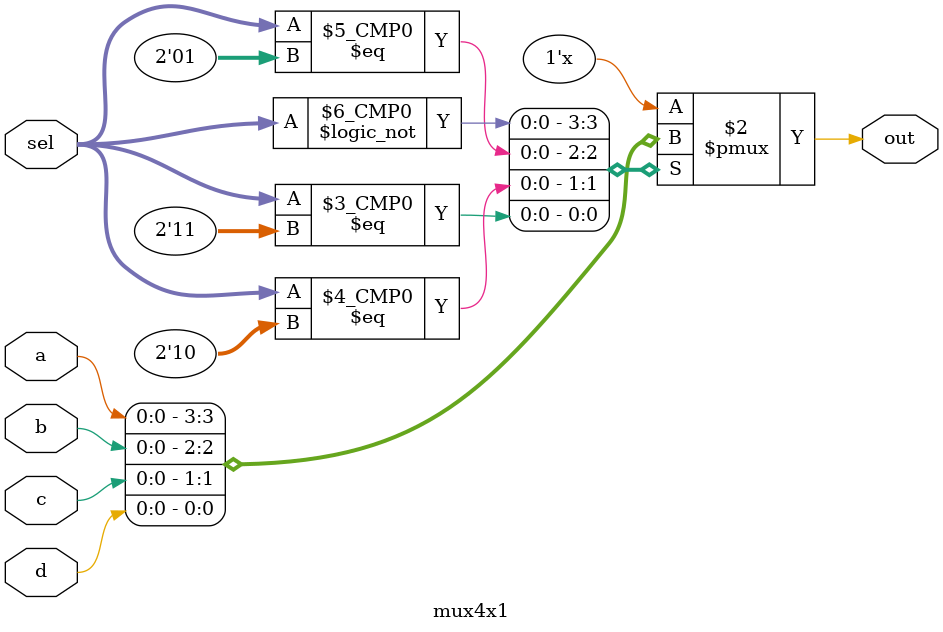
<source format=v>
module mux4x1 ( a, b, c, d, sel, out );

   // Inputs and outputs
   input a, b, c, d;
   input [1:0] sel;
   output out;

   // Data types
   reg out;

   always @ (a or b or c or d or sel) begin
      case (sel)
         2'b00: out = a;
         2'b01: out = b;
         2'b10: out = c;
         2'b11: out = d;
         default: out = a;
      endcase
   end

endmodule

</source>
